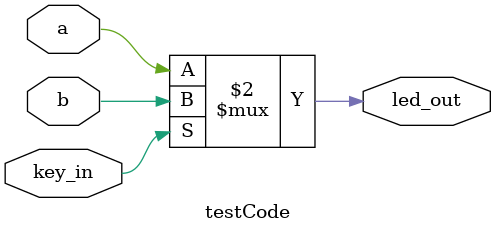
<source format=v>
module testCode(a, b, key_in, led_out);
	input a, b;
	input key_in;
	output led_out;
	
	// key_in == 0, led_out = a;
	assign led_out = (key_in == 0)? a : b;        // 括号里条件判断
	
endmodule
</source>
